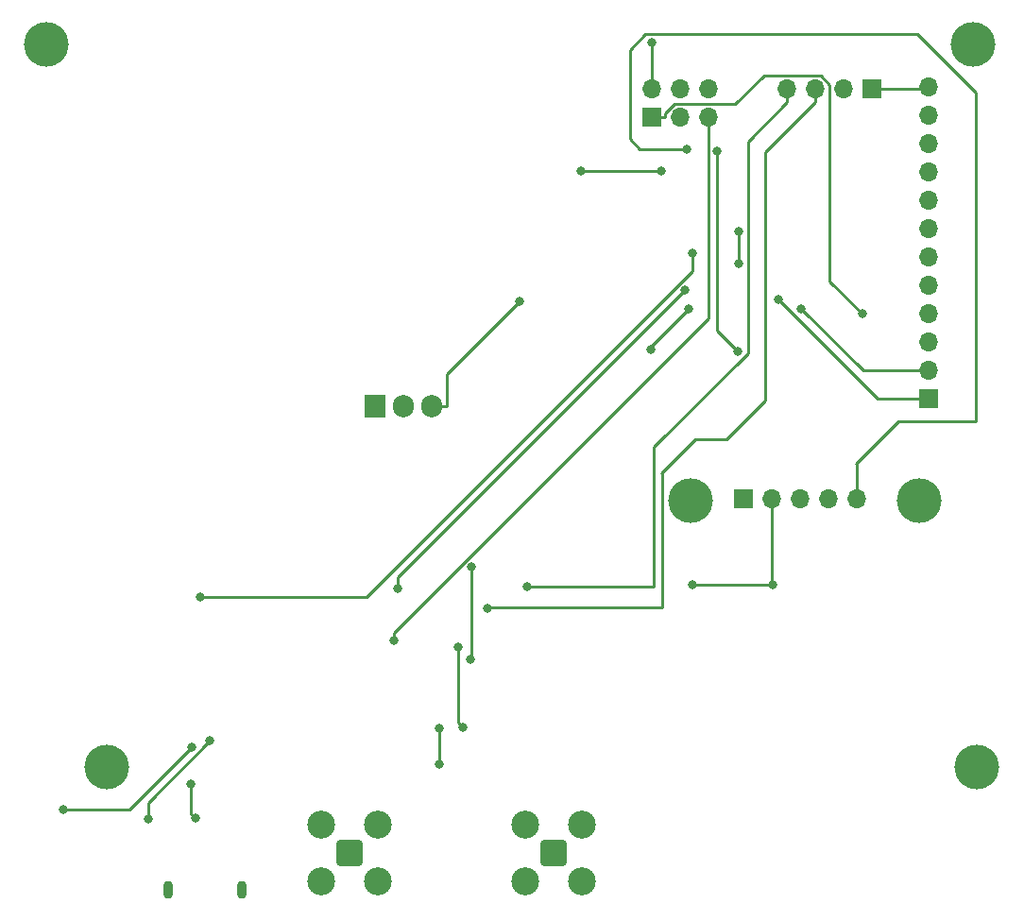
<source format=gbr>
%TF.GenerationSoftware,KiCad,Pcbnew,8.0.3*%
%TF.CreationDate,2024-07-02T16:04:09+02:00*%
%TF.ProjectId,sis5351a GPS controlled time base,73697335-3335-4316-9120-47505320636f,rev?*%
%TF.SameCoordinates,Original*%
%TF.FileFunction,Copper,L2,Bot*%
%TF.FilePolarity,Positive*%
%FSLAX46Y46*%
G04 Gerber Fmt 4.6, Leading zero omitted, Abs format (unit mm)*
G04 Created by KiCad (PCBNEW 8.0.3) date 2024-07-02 16:04:09*
%MOMM*%
%LPD*%
G01*
G04 APERTURE LIST*
G04 Aperture macros list*
%AMRoundRect*
0 Rectangle with rounded corners*
0 $1 Rounding radius*
0 $2 $3 $4 $5 $6 $7 $8 $9 X,Y pos of 4 corners*
0 Add a 4 corners polygon primitive as box body*
4,1,4,$2,$3,$4,$5,$6,$7,$8,$9,$2,$3,0*
0 Add four circle primitives for the rounded corners*
1,1,$1+$1,$2,$3*
1,1,$1+$1,$4,$5*
1,1,$1+$1,$6,$7*
1,1,$1+$1,$8,$9*
0 Add four rect primitives between the rounded corners*
20,1,$1+$1,$2,$3,$4,$5,0*
20,1,$1+$1,$4,$5,$6,$7,0*
20,1,$1+$1,$6,$7,$8,$9,0*
20,1,$1+$1,$8,$9,$2,$3,0*%
G04 Aperture macros list end*
%TA.AperFunction,ComponentPad*%
%ADD10O,0.900000X1.600000*%
%TD*%
%TA.AperFunction,ComponentPad*%
%ADD11C,4.000000*%
%TD*%
%TA.AperFunction,ComponentPad*%
%ADD12R,1.700000X1.700000*%
%TD*%
%TA.AperFunction,ComponentPad*%
%ADD13O,1.700000X1.700000*%
%TD*%
%TA.AperFunction,ComponentPad*%
%ADD14RoundRect,0.200100X0.949900X0.949900X-0.949900X0.949900X-0.949900X-0.949900X0.949900X-0.949900X0*%
%TD*%
%TA.AperFunction,ComponentPad*%
%ADD15C,2.500000*%
%TD*%
%TA.AperFunction,ComponentPad*%
%ADD16R,1.905000X2.000000*%
%TD*%
%TA.AperFunction,ComponentPad*%
%ADD17O,1.905000X2.000000*%
%TD*%
%TA.AperFunction,ViaPad*%
%ADD18C,0.800000*%
%TD*%
%TA.AperFunction,Conductor*%
%ADD19C,0.250000*%
%TD*%
G04 APERTURE END LIST*
D10*
%TO.P,J1,6,Shield*%
%TO.N,GND*%
X139500000Y-135400000D03*
X146100000Y-135400000D03*
%TD*%
D11*
%TO.P,,*%
%TO.N,*%
X211600000Y-59600000D03*
%TD*%
D12*
%TO.P,J2,1,Pin_1*%
%TO.N,+5V*%
X191030000Y-100300000D03*
D13*
%TO.P,J2,2,Pin_2*%
%TO.N,GND*%
X193570000Y-100300000D03*
%TO.P,J2,3,Pin_3*%
%TO.N,GPS_Tx*%
X196110000Y-100300000D03*
%TO.P,J2,4,Pin_4*%
%TO.N,GPS_Rx*%
X198650000Y-100300000D03*
%TO.P,J2,5,Pin_5*%
%TO.N,1PPS*%
X201190000Y-100300000D03*
%TD*%
D11*
%TO.P,,*%
%TO.N,*%
X212000000Y-124400000D03*
%TD*%
%TO.P,,*%
%TO.N,*%
X128600000Y-59600000D03*
%TD*%
D14*
%TO.P,J7,1,In*%
%TO.N,Net-(J7-In)*%
X155700000Y-132050000D03*
D15*
%TO.P,J7,2,Ext*%
%TO.N,GND*%
X158240000Y-134590000D03*
X158240000Y-129510000D03*
X153160000Y-134590000D03*
X153160000Y-129510000D03*
%TD*%
D11*
%TO.P,REF\u002A\u002A,*%
%TO.N,*%
X186315000Y-100480000D03*
X206815000Y-100480000D03*
%TD*%
D16*
%TO.P,U4,1,IN*%
%TO.N,Vin*%
X158060000Y-92030000D03*
D17*
%TO.P,U4,2,GND*%
%TO.N,GND*%
X160600000Y-92030000D03*
%TO.P,U4,3,OUT*%
%TO.N,+5V*%
X163140000Y-92030000D03*
%TD*%
D14*
%TO.P,J6,1,In*%
%TO.N,Net-(J6-In)*%
X174060000Y-132100000D03*
D15*
%TO.P,J6,2,Ext*%
%TO.N,GND*%
X176600000Y-134640000D03*
X176600000Y-129560000D03*
X171520000Y-134640000D03*
X171520000Y-129560000D03*
%TD*%
D12*
%TO.P,J4,1,Pin_1*%
%TO.N,MISO*%
X182860000Y-66140000D03*
D13*
%TO.P,J4,2,Pin_2*%
%TO.N,+5V*%
X182860000Y-63600000D03*
%TO.P,J4,3,Pin_3*%
%TO.N,SCK*%
X185400000Y-66140000D03*
%TO.P,J4,4,Pin_4*%
%TO.N,MOSI*%
X185400000Y-63600000D03*
%TO.P,J4,5,Pin_5*%
%TO.N,Reset*%
X187940000Y-66140000D03*
%TO.P,J4,6,Pin_6*%
%TO.N,GND*%
X187940000Y-63600000D03*
%TD*%
D12*
%TO.P,J5,1,Pin_1*%
%TO.N,FAlarm*%
X207600000Y-91360000D03*
D13*
%TO.P,J5,2,Pin_2*%
%TO.N,Fsel*%
X207600000Y-88820000D03*
%TO.P,J5,3,Pin_3*%
%TO.N,D8*%
X207600000Y-86280000D03*
%TO.P,J5,4,Pin_4*%
%TO.N,D9*%
X207600000Y-83740000D03*
%TO.P,J5,5,Pin_5*%
%TO.N,D10*%
X207600000Y-81200000D03*
%TO.P,J5,6,Pin_6*%
%TO.N,A0*%
X207600000Y-78660000D03*
%TO.P,J5,7,Pin_7*%
%TO.N,A1*%
X207600000Y-76120000D03*
%TO.P,J5,8,Pin_8*%
%TO.N,A2*%
X207600000Y-73580000D03*
%TO.P,J5,9,Pin_9*%
%TO.N,A3*%
X207600000Y-71040000D03*
%TO.P,J5,10,Pin_10*%
%TO.N,Vin*%
X207600000Y-68500000D03*
%TO.P,J5,11,Pin_11*%
%TO.N,+5V*%
X207600000Y-65960000D03*
%TO.P,J5,12,Pin_12*%
%TO.N,GND*%
X207600000Y-63420000D03*
%TD*%
D11*
%TO.P,,*%
%TO.N,*%
X134000000Y-124400000D03*
%TD*%
D12*
%TO.P,J3,1,Pin_1*%
%TO.N,GND*%
X202600000Y-63600000D03*
D13*
%TO.P,J3,2,Pin_2*%
%TO.N,+5V*%
X200060000Y-63600000D03*
%TO.P,J3,3,Pin_3*%
%TO.N,SDA5*%
X197520000Y-63600000D03*
%TO.P,J3,4,Pin_4*%
%TO.N,SCL5*%
X194980000Y-63600000D03*
%TD*%
D18*
%TO.N,+3V3*%
X166698200Y-106416000D03*
X166542300Y-114704700D03*
%TO.N,GND*%
X183650000Y-70900000D03*
X176450000Y-70950000D03*
X193650000Y-108000000D03*
X186100000Y-83300000D03*
X186450000Y-108000000D03*
X163750000Y-120900000D03*
X182750000Y-86900000D03*
X163750000Y-124100000D03*
%TO.N,+5V*%
X182800000Y-59400000D03*
X170992800Y-82600000D03*
%TO.N,Reset*%
X159717000Y-113000000D03*
%TO.N,USB-*%
X141900000Y-128950000D03*
X141550000Y-125900000D03*
%TO.N,1PPS*%
X186000000Y-69000000D03*
X190600000Y-79200000D03*
X190600000Y-76400000D03*
%TO.N,SDA5*%
X168100000Y-110150000D03*
%TO.N,SCL5*%
X171700000Y-108200000D03*
%TO.N,MISO*%
X201680200Y-83708300D03*
%TO.N,SCK*%
X190573500Y-87118500D03*
X188689100Y-69201600D03*
%TO.N,FAlarm*%
X194184400Y-82467800D03*
%TO.N,Fsel*%
X196251200Y-83267800D03*
%TO.N,SCL3*%
X165931400Y-120810300D03*
X165512500Y-113607900D03*
%TO.N,Net-(U5-CBUS0)*%
X130096500Y-128165800D03*
X141606800Y-122574700D03*
%TO.N,Net-(U5-CBUS1)*%
X143248400Y-121981800D03*
X137688700Y-129010200D03*
%TO.N,USB_RXD*%
X160064100Y-108400000D03*
X185791400Y-81629000D03*
%TO.N,USB_TXD*%
X186515900Y-78324500D03*
X142375700Y-109136300D03*
%TD*%
D19*
%TO.N,+3V3*%
X166698200Y-114548800D02*
X166542300Y-114704700D01*
X166698200Y-106416000D02*
X166698200Y-114548800D01*
%TO.N,GND*%
X183600000Y-70950000D02*
X176450000Y-70950000D01*
X182750000Y-86900000D02*
X182750000Y-86650000D01*
X163750000Y-120900000D02*
X163750000Y-124100000D01*
X207420000Y-63600000D02*
X207600000Y-63420000D01*
X193570000Y-107920000D02*
X193570000Y-100300000D01*
X193650000Y-108000000D02*
X193570000Y-107920000D01*
X182750000Y-86650000D02*
X186100000Y-83300000D01*
X202600000Y-63600000D02*
X207420000Y-63600000D01*
X183650000Y-70900000D02*
X183600000Y-70950000D01*
X186450000Y-108000000D02*
X193650000Y-108000000D01*
%TO.N,+5V*%
X182860000Y-63600000D02*
X182860000Y-59460000D01*
X163140000Y-92030000D02*
X164419400Y-92030000D01*
X164419400Y-92030000D02*
X164419400Y-89173400D01*
X164419400Y-89173400D02*
X170992800Y-82600000D01*
X182860000Y-59460000D02*
X182800000Y-59400000D01*
%TO.N,Reset*%
X187940000Y-67316900D02*
X187940000Y-84146300D01*
X187940000Y-66140000D02*
X187940000Y-67316900D01*
X187940000Y-84146300D02*
X159717000Y-112369300D01*
X159717000Y-112369300D02*
X159717000Y-113000000D01*
%TO.N,USB-*%
X141550000Y-125900000D02*
X141550000Y-128600000D01*
X141550000Y-128600000D02*
X141900000Y-128950000D01*
%TO.N,1PPS*%
X201190000Y-100300000D02*
X201190000Y-97216500D01*
X211850000Y-93400000D02*
X211850000Y-63900000D01*
X201190000Y-97216500D02*
X201160000Y-97186500D01*
X181750000Y-69000000D02*
X186000000Y-69000000D01*
X201160000Y-97186500D02*
X204946500Y-93400000D01*
X206625000Y-58675000D02*
X182275000Y-58675000D01*
X182275000Y-58675000D02*
X180850000Y-60100000D01*
X180850000Y-60100000D02*
X180850000Y-68100000D01*
X190600000Y-76400000D02*
X190600000Y-79200000D01*
X180850000Y-68100000D02*
X181750000Y-69000000D01*
X211850000Y-63900000D02*
X206625000Y-58675000D01*
X204946500Y-93400000D02*
X211850000Y-93400000D01*
%TO.N,SDA5*%
X193016300Y-91523500D02*
X193016300Y-69280600D01*
X183700000Y-98050000D02*
X186749400Y-95000600D01*
X197520000Y-64776900D02*
X197520000Y-63600000D01*
X183757900Y-98107900D02*
X183757900Y-110042100D01*
X168200000Y-110050000D02*
X168100000Y-110150000D01*
X183750000Y-110050000D02*
X168200000Y-110050000D01*
X183700000Y-98050000D02*
X183757900Y-98107900D01*
X186749400Y-95000600D02*
X189539200Y-95000600D01*
X183757900Y-110042100D02*
X183750000Y-110050000D01*
X189539200Y-95000600D02*
X193016300Y-91523500D01*
X193016300Y-69280600D02*
X197520000Y-64776900D01*
%TO.N,SCL5*%
X183032900Y-95687100D02*
X191449600Y-87270400D01*
X194980000Y-64776900D02*
X194980000Y-63600000D01*
X191449600Y-68307300D02*
X194980000Y-64776900D01*
X191449600Y-87270400D02*
X191449600Y-68307300D01*
X183032900Y-108200000D02*
X183032900Y-95687100D01*
X171700000Y-108200000D02*
X183032900Y-108200000D01*
%TO.N,MISO*%
X184845900Y-64963100D02*
X190305300Y-64963100D01*
X197984100Y-62399100D02*
X198790000Y-63205000D01*
X192869300Y-62399100D02*
X197984100Y-62399100D01*
X182860000Y-66140000D02*
X184036900Y-66140000D01*
X184036900Y-66140000D02*
X184036900Y-65772100D01*
X190305300Y-64963100D02*
X192869300Y-62399100D01*
X198790000Y-63205000D02*
X198790000Y-80818100D01*
X198790000Y-80818100D02*
X201680200Y-83708300D01*
X184036900Y-65772100D02*
X184845900Y-64963100D01*
%TO.N,SCK*%
X190573500Y-87118500D02*
X188689100Y-85234100D01*
X188689100Y-85234100D02*
X188689100Y-69201600D01*
%TO.N,FAlarm*%
X203076600Y-91360000D02*
X194184400Y-82467800D01*
X207600000Y-91360000D02*
X203076600Y-91360000D01*
%TO.N,Fsel*%
X207600000Y-88820000D02*
X206423100Y-88820000D01*
X201803400Y-88820000D02*
X206423100Y-88820000D01*
X196251200Y-83267800D02*
X201803400Y-88820000D01*
%TO.N,SCL3*%
X165931400Y-120810300D02*
X165512500Y-120391400D01*
X165512500Y-120391400D02*
X165512500Y-113607900D01*
%TO.N,Net-(U5-CBUS0)*%
X130096500Y-128165800D02*
X136015700Y-128165800D01*
X136015700Y-128165800D02*
X141606800Y-122574700D01*
%TO.N,Net-(U5-CBUS1)*%
X137688700Y-129010200D02*
X137688700Y-127541500D01*
X137688700Y-127541500D02*
X143248400Y-121981800D01*
%TO.N,USB_RXD*%
X160064100Y-107356300D02*
X160064100Y-108400000D01*
X185791400Y-81629000D02*
X160064100Y-107356300D01*
%TO.N,USB_TXD*%
X186515900Y-79876600D02*
X157256300Y-109136200D01*
X157256300Y-109136300D02*
X142375700Y-109136300D01*
X186515900Y-78324500D02*
X186515900Y-79876600D01*
X157256300Y-109136200D02*
X157256300Y-109136300D01*
%TD*%
M02*

</source>
